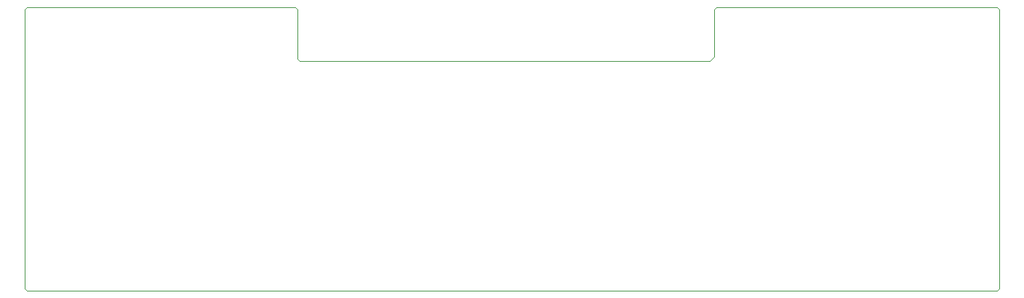
<source format=gbr>
%TF.GenerationSoftware,KiCad,Pcbnew,9.0.4-9.0.4-0~ubuntu22.04.1*%
%TF.CreationDate,2025-10-18T22:49:12+02:00*%
%TF.ProjectId,YR,59522e6b-6963-4616-945f-706362585858,rev?*%
%TF.SameCoordinates,Original*%
%TF.FileFunction,Profile,NP*%
%FSLAX46Y46*%
G04 Gerber Fmt 4.6, Leading zero omitted, Abs format (unit mm)*
G04 Created by KiCad (PCBNEW 9.0.4-9.0.4-0~ubuntu22.04.1) date 2025-10-18 22:49:12*
%MOMM*%
%LPD*%
G01*
G04 APERTURE LIST*
%TA.AperFunction,Profile*%
%ADD10C,0.050000*%
%TD*%
G04 APERTURE END LIST*
D10*
X126000000Y-56250000D02*
X173750000Y-56250000D01*
X94000000Y-50250000D02*
X94000000Y-82750000D01*
X207500000Y-82750000D02*
X207250000Y-83000000D01*
X207250000Y-83000000D02*
X94250000Y-83000000D01*
X173750000Y-56250000D02*
X174250000Y-55750000D01*
X174250000Y-50250000D02*
X174500000Y-50000000D01*
X94250000Y-83000000D02*
X94000000Y-82750000D01*
X174500000Y-50000000D02*
X207250000Y-50000000D01*
X94250000Y-50000000D02*
X94000000Y-50250000D01*
X125750000Y-56000000D02*
X126000000Y-56250000D01*
X174250000Y-55750000D02*
X174250000Y-50250000D01*
X94250000Y-50000000D02*
X125500000Y-50000000D01*
X125500000Y-50000000D02*
X125750000Y-50250000D01*
X125750000Y-50250000D02*
X125750000Y-56000000D01*
X207250000Y-50000000D02*
X207500000Y-50250000D01*
X207500000Y-50250000D02*
X207500000Y-82750000D01*
M02*

</source>
